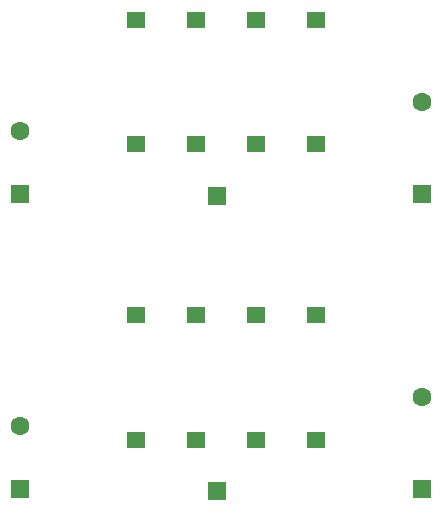
<source format=gts>
G04 #@! TF.GenerationSoftware,KiCad,Pcbnew,8.0.3*
G04 #@! TF.CreationDate,2024-06-27T10:28:22+02:00*
G04 #@! TF.ProjectId,145MHz_BPF,3134354d-487a-45f4-9250-462e6b696361,rev?*
G04 #@! TF.SameCoordinates,Original*
G04 #@! TF.FileFunction,Soldermask,Top*
G04 #@! TF.FilePolarity,Negative*
%FSLAX46Y46*%
G04 Gerber Fmt 4.6, Leading zero omitted, Abs format (unit mm)*
G04 Created by KiCad (PCBNEW 8.0.3) date 2024-06-27 10:28:22*
%MOMM*%
%LPD*%
G01*
G04 APERTURE LIST*
G04 Aperture macros list*
%AMRoundRect*
0 Rectangle with rounded corners*
0 $1 Rounding radius*
0 $2 $3 $4 $5 $6 $7 $8 $9 X,Y pos of 4 corners*
0 Add a 4 corners polygon primitive as box body*
4,1,4,$2,$3,$4,$5,$6,$7,$8,$9,$2,$3,0*
0 Add four circle primitives for the rounded corners*
1,1,$1+$1,$2,$3*
1,1,$1+$1,$4,$5*
1,1,$1+$1,$6,$7*
1,1,$1+$1,$8,$9*
0 Add four rect primitives between the rounded corners*
20,1,$1+$1,$2,$3,$4,$5,0*
20,1,$1+$1,$4,$5,$6,$7,0*
20,1,$1+$1,$6,$7,$8,$9,0*
20,1,$1+$1,$8,$9,$2,$3,0*%
G04 Aperture macros list end*
%ADD10RoundRect,0.250000X0.550000X-0.550000X0.550000X0.550000X-0.550000X0.550000X-0.550000X-0.550000X0*%
%ADD11C,1.600000*%
%ADD12RoundRect,0.250000X-0.550000X-0.550000X0.550000X-0.550000X0.550000X0.550000X-0.550000X0.550000X0*%
%ADD13R,1.524000X1.397000*%
G04 APERTURE END LIST*
D10*
X88000000Y-91800000D03*
D11*
X88000000Y-86500000D03*
D12*
X104700000Y-92000000D03*
D10*
X122000000Y-91800000D03*
D11*
X122000000Y-84000000D03*
D13*
X113080000Y-77094500D03*
X113080000Y-87635500D03*
X108000000Y-77094500D03*
X108000000Y-87635500D03*
X102920000Y-77094500D03*
X102920000Y-87635500D03*
X97840000Y-77094500D03*
X97840000Y-87635500D03*
X113080000Y-52094500D03*
X113080000Y-62635500D03*
X108000000Y-52094500D03*
X108000000Y-62635500D03*
X102920000Y-52094500D03*
X102920000Y-62635500D03*
X97840000Y-52094500D03*
X97840000Y-62635500D03*
D10*
X122000000Y-66800000D03*
D11*
X122000000Y-59000000D03*
D12*
X104700000Y-67000000D03*
D10*
X88000000Y-66800000D03*
D11*
X88000000Y-61500000D03*
M02*

</source>
